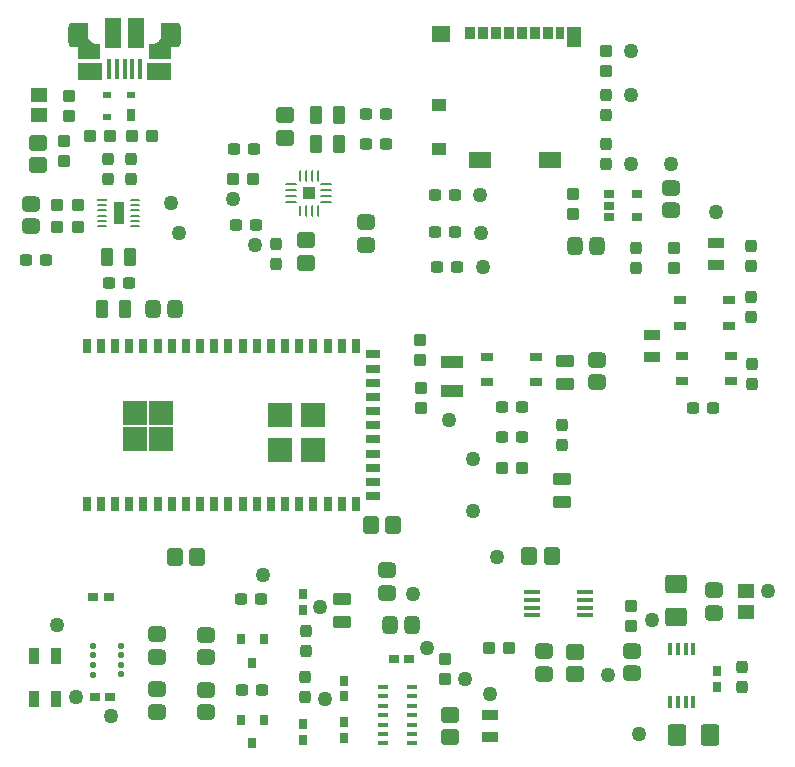
<source format=gtp>
G04*
G04 #@! TF.GenerationSoftware,Altium Limited,Altium Designer,23.1.1 (15)*
G04*
G04 Layer_Color=8421504*
%FSLAX44Y44*%
%MOMM*%
G71*
G04*
G04 #@! TF.SameCoordinates,A7A263A4-54A1-4128-965A-35385578E642*
G04*
G04*
G04 #@! TF.FilePolarity,Positive*
G04*
G01*
G75*
%ADD19R,0.9231X1.8231*%
%ADD20R,1.0625X1.0625*%
%ADD21C,1.2700*%
G04:AMPARAMS|DCode=22|XSize=1.5mm|YSize=1.3mm|CornerRadius=0.325mm|HoleSize=0mm|Usage=FLASHONLY|Rotation=180.000|XOffset=0mm|YOffset=0mm|HoleType=Round|Shape=RoundedRectangle|*
%AMROUNDEDRECTD22*
21,1,1.5000,0.6500,0,0,180.0*
21,1,0.8500,1.3000,0,0,180.0*
1,1,0.6500,-0.4250,0.3250*
1,1,0.6500,0.4250,0.3250*
1,1,0.6500,0.4250,-0.3250*
1,1,0.6500,-0.4250,-0.3250*
%
%ADD22ROUNDEDRECTD22*%
G04:AMPARAMS|DCode=23|XSize=0.9906mm|YSize=1.0922mm|CornerRadius=0.2477mm|HoleSize=0mm|Usage=FLASHONLY|Rotation=180.000|XOffset=0mm|YOffset=0mm|HoleType=Round|Shape=RoundedRectangle|*
%AMROUNDEDRECTD23*
21,1,0.9906,0.5969,0,0,180.0*
21,1,0.4953,1.0922,0,0,180.0*
1,1,0.4953,-0.2477,0.2985*
1,1,0.4953,0.2477,0.2985*
1,1,0.4953,0.2477,-0.2985*
1,1,0.4953,-0.2477,-0.2985*
%
%ADD23ROUNDEDRECTD23*%
G04:AMPARAMS|DCode=24|XSize=1.5mm|YSize=1.3mm|CornerRadius=0.1625mm|HoleSize=0mm|Usage=FLASHONLY|Rotation=270.000|XOffset=0mm|YOffset=0mm|HoleType=Round|Shape=RoundedRectangle|*
%AMROUNDEDRECTD24*
21,1,1.5000,0.9750,0,0,270.0*
21,1,1.1750,1.3000,0,0,270.0*
1,1,0.3250,-0.4875,-0.5875*
1,1,0.3250,-0.4875,0.5875*
1,1,0.3250,0.4875,0.5875*
1,1,0.3250,0.4875,-0.5875*
%
%ADD24ROUNDEDRECTD24*%
G04:AMPARAMS|DCode=25|XSize=1mm|YSize=1.1mm|CornerRadius=0.125mm|HoleSize=0mm|Usage=FLASHONLY|Rotation=90.000|XOffset=0mm|YOffset=0mm|HoleType=Round|Shape=RoundedRectangle|*
%AMROUNDEDRECTD25*
21,1,1.0000,0.8500,0,0,90.0*
21,1,0.7500,1.1000,0,0,90.0*
1,1,0.2500,0.4250,0.3750*
1,1,0.2500,0.4250,-0.3750*
1,1,0.2500,-0.4250,-0.3750*
1,1,0.2500,-0.4250,0.3750*
%
%ADD25ROUNDEDRECTD25*%
G04:AMPARAMS|DCode=26|XSize=1.5mm|YSize=1.3mm|CornerRadius=0.1625mm|HoleSize=0mm|Usage=FLASHONLY|Rotation=0.000|XOffset=0mm|YOffset=0mm|HoleType=Round|Shape=RoundedRectangle|*
%AMROUNDEDRECTD26*
21,1,1.5000,0.9750,0,0,0.0*
21,1,1.1750,1.3000,0,0,0.0*
1,1,0.3250,0.5875,-0.4875*
1,1,0.3250,-0.5875,-0.4875*
1,1,0.3250,-0.5875,0.4875*
1,1,0.3250,0.5875,0.4875*
%
%ADD26ROUNDEDRECTD26*%
%ADD27R,1.3970X0.4318*%
G04:AMPARAMS|DCode=28|XSize=1mm|YSize=1.1mm|CornerRadius=0.125mm|HoleSize=0mm|Usage=FLASHONLY|Rotation=180.000|XOffset=0mm|YOffset=0mm|HoleType=Round|Shape=RoundedRectangle|*
%AMROUNDEDRECTD28*
21,1,1.0000,0.8500,0,0,180.0*
21,1,0.7500,1.1000,0,0,180.0*
1,1,0.2500,-0.3750,0.4250*
1,1,0.2500,0.3750,0.4250*
1,1,0.2500,0.3750,-0.4250*
1,1,0.2500,-0.3750,-0.4250*
%
%ADD28ROUNDEDRECTD28*%
G04:AMPARAMS|DCode=29|XSize=0.7mm|YSize=0.9mm|CornerRadius=0.0875mm|HoleSize=0mm|Usage=FLASHONLY|Rotation=0.000|XOffset=0mm|YOffset=0mm|HoleType=Round|Shape=RoundedRectangle|*
%AMROUNDEDRECTD29*
21,1,0.7000,0.7250,0,0,0.0*
21,1,0.5250,0.9000,0,0,0.0*
1,1,0.1750,0.2625,-0.3625*
1,1,0.1750,-0.2625,-0.3625*
1,1,0.1750,-0.2625,0.3625*
1,1,0.1750,0.2625,0.3625*
%
%ADD29ROUNDEDRECTD29*%
%ADD30R,1.0500X0.6500*%
%ADD31R,0.8397X0.2225*%
G04:AMPARAMS|DCode=32|XSize=0.8397mm|YSize=0.2225mm|CornerRadius=0.1112mm|HoleSize=0mm|Usage=FLASHONLY|Rotation=0.000|XOffset=0mm|YOffset=0mm|HoleType=Round|Shape=RoundedRectangle|*
%AMROUNDEDRECTD32*
21,1,0.8397,0.0000,0,0,0.0*
21,1,0.6172,0.2225,0,0,0.0*
1,1,0.2225,0.3086,0.0000*
1,1,0.2225,-0.3086,0.0000*
1,1,0.2225,-0.3086,0.0000*
1,1,0.2225,0.3086,0.0000*
%
%ADD32ROUNDEDRECTD32*%
G04:AMPARAMS|DCode=33|XSize=1.5mm|YSize=1.3mm|CornerRadius=0.325mm|HoleSize=0mm|Usage=FLASHONLY|Rotation=270.000|XOffset=0mm|YOffset=0mm|HoleType=Round|Shape=RoundedRectangle|*
%AMROUNDEDRECTD33*
21,1,1.5000,0.6500,0,0,270.0*
21,1,0.8500,1.3000,0,0,270.0*
1,1,0.6500,-0.3250,-0.4250*
1,1,0.6500,-0.3250,0.4250*
1,1,0.6500,0.3250,0.4250*
1,1,0.6500,0.3250,-0.4250*
%
%ADD33ROUNDEDRECTD33*%
G04:AMPARAMS|DCode=34|XSize=0.9906mm|YSize=1.0922mm|CornerRadius=0.2477mm|HoleSize=0mm|Usage=FLASHONLY|Rotation=270.000|XOffset=0mm|YOffset=0mm|HoleType=Round|Shape=RoundedRectangle|*
%AMROUNDEDRECTD34*
21,1,0.9906,0.5969,0,0,270.0*
21,1,0.4953,1.0922,0,0,270.0*
1,1,0.4953,-0.2985,-0.2477*
1,1,0.4953,-0.2985,0.2477*
1,1,0.4953,0.2985,0.2477*
1,1,0.4953,0.2985,-0.2477*
%
%ADD34ROUNDEDRECTD34*%
%ADD35R,2.0000X2.0000*%
%ADD36R,1.2000X0.7000*%
%ADD37R,0.7000X1.2000*%
%ADD38R,0.4000X1.7500*%
%ADD39R,1.3750X2.5000*%
G04:AMPARAMS|DCode=40|XSize=1.8mm|YSize=1.6mm|CornerRadius=0.2mm|HoleSize=0mm|Usage=FLASHONLY|Rotation=0.000|XOffset=0mm|YOffset=0mm|HoleType=Round|Shape=RoundedRectangle|*
%AMROUNDEDRECTD40*
21,1,1.8000,1.2000,0,0,0.0*
21,1,1.4000,1.6000,0,0,0.0*
1,1,0.4000,0.7000,-0.6000*
1,1,0.4000,-0.7000,-0.6000*
1,1,0.4000,-0.7000,0.6000*
1,1,0.4000,0.7000,0.6000*
%
%ADD40ROUNDEDRECTD40*%
G04:AMPARAMS|DCode=41|XSize=1.01mm|YSize=1.47mm|CornerRadius=0.1263mm|HoleSize=0mm|Usage=FLASHONLY|Rotation=90.000|XOffset=0mm|YOffset=0mm|HoleType=Round|Shape=RoundedRectangle|*
%AMROUNDEDRECTD41*
21,1,1.0100,1.2175,0,0,90.0*
21,1,0.7575,1.4700,0,0,90.0*
1,1,0.2525,0.6088,0.3787*
1,1,0.2525,0.6088,-0.3787*
1,1,0.2525,-0.6088,-0.3787*
1,1,0.2525,-0.6088,0.3787*
%
%ADD41ROUNDEDRECTD41*%
G04:AMPARAMS|DCode=42|XSize=1.8mm|YSize=1.6mm|CornerRadius=0.2mm|HoleSize=0mm|Usage=FLASHONLY|Rotation=270.000|XOffset=0mm|YOffset=0mm|HoleType=Round|Shape=RoundedRectangle|*
%AMROUNDEDRECTD42*
21,1,1.8000,1.2000,0,0,270.0*
21,1,1.4000,1.6000,0,0,270.0*
1,1,0.4000,-0.6000,-0.7000*
1,1,0.4000,-0.6000,0.7000*
1,1,0.4000,0.6000,0.7000*
1,1,0.4000,0.6000,-0.7000*
%
%ADD42ROUNDEDRECTD42*%
G04:AMPARAMS|DCode=43|XSize=1.01mm|YSize=1.47mm|CornerRadius=0.1263mm|HoleSize=0mm|Usage=FLASHONLY|Rotation=180.000|XOffset=0mm|YOffset=0mm|HoleType=Round|Shape=RoundedRectangle|*
%AMROUNDEDRECTD43*
21,1,1.0100,1.2175,0,0,180.0*
21,1,0.7575,1.4700,0,0,180.0*
1,1,0.2525,-0.3787,0.6088*
1,1,0.2525,0.3787,0.6088*
1,1,0.2525,0.3787,-0.6088*
1,1,0.2525,-0.3787,-0.6088*
%
%ADD43ROUNDEDRECTD43*%
%ADD44R,0.2393X0.9660*%
G04:AMPARAMS|DCode=45|XSize=0.966mm|YSize=0.2393mm|CornerRadius=0.1196mm|HoleSize=0mm|Usage=FLASHONLY|Rotation=90.000|XOffset=0mm|YOffset=0mm|HoleType=Round|Shape=RoundedRectangle|*
%AMROUNDEDRECTD45*
21,1,0.9660,0.0000,0,0,90.0*
21,1,0.7267,0.2393,0,0,90.0*
1,1,0.2393,0.0000,0.3634*
1,1,0.2393,0.0000,-0.3634*
1,1,0.2393,0.0000,-0.3634*
1,1,0.2393,0.0000,0.3634*
%
%ADD45ROUNDEDRECTD45*%
G04:AMPARAMS|DCode=46|XSize=0.2393mm|YSize=0.966mm|CornerRadius=0.1196mm|HoleSize=0mm|Usage=FLASHONLY|Rotation=90.000|XOffset=0mm|YOffset=0mm|HoleType=Round|Shape=RoundedRectangle|*
%AMROUNDEDRECTD46*
21,1,0.2393,0.7267,0,0,90.0*
21,1,0.0000,0.9660,0,0,90.0*
1,1,0.2393,0.3634,0.0000*
1,1,0.2393,0.3634,0.0000*
1,1,0.2393,-0.3634,0.0000*
1,1,0.2393,-0.3634,0.0000*
%
%ADD46ROUNDEDRECTD46*%
%ADD47R,1.4000X0.9500*%
%ADD48R,1.4562X1.2549*%
%ADD49R,0.7000X0.6000*%
%ADD50R,0.7000X1.0000*%
%ADD51R,0.8500X0.4000*%
%ADD52R,0.9000X0.6500*%
G04:AMPARAMS|DCode=53|XSize=0.5mm|YSize=0.5mm|CornerRadius=0.0625mm|HoleSize=0mm|Usage=FLASHONLY|Rotation=0.000|XOffset=0mm|YOffset=0mm|HoleType=Round|Shape=RoundedRectangle|*
%AMROUNDEDRECTD53*
21,1,0.5000,0.3750,0,0,0.0*
21,1,0.3750,0.5000,0,0,0.0*
1,1,0.1250,0.1875,-0.1875*
1,1,0.1250,-0.1875,-0.1875*
1,1,0.1250,-0.1875,0.1875*
1,1,0.1250,0.1875,0.1875*
%
%ADD53ROUNDEDRECTD53*%
%ADD54R,0.4000X1.1000*%
G04:AMPARAMS|DCode=55|XSize=0.7mm|YSize=0.9mm|CornerRadius=0.0875mm|HoleSize=0mm|Usage=FLASHONLY|Rotation=270.000|XOffset=0mm|YOffset=0mm|HoleType=Round|Shape=RoundedRectangle|*
%AMROUNDEDRECTD55*
21,1,0.7000,0.7250,0,0,270.0*
21,1,0.5250,0.9000,0,0,270.0*
1,1,0.1750,-0.3625,-0.2625*
1,1,0.1750,-0.3625,0.2625*
1,1,0.1750,0.3625,0.2625*
1,1,0.1750,0.3625,-0.2625*
%
%ADD55ROUNDEDRECTD55*%
%ADD56R,0.8000X0.9000*%
%ADD57R,0.9500X1.4000*%
%ADD58R,1.4700X1.2000*%
%ADD59R,1.9000X1.1000*%
%ADD60R,1.9000X1.3500*%
%ADD61R,1.2000X1.0000*%
%ADD62R,1.5500X1.3500*%
%ADD63R,0.8500X1.1000*%
%ADD64R,0.7500X1.1000*%
%ADD65R,1.1700X1.8000*%
G36*
X75023Y599340D02*
X95023D01*
Y584740D01*
X75023D01*
Y599340D01*
D02*
G37*
G36*
Y612340D02*
X70523D01*
X70313Y612350D01*
X70103Y612360D01*
X69893Y612390D01*
X69693Y612430D01*
X69483Y612480D01*
X69283Y612540D01*
X69093Y612610D01*
X68893Y612690D01*
X68703Y612780D01*
X68523Y612880D01*
X68343Y612990D01*
X68173Y613100D01*
X68003Y613230D01*
X67843Y613370D01*
X67693Y613510D01*
X67553Y613660D01*
X67413Y613820D01*
X67283Y613990D01*
X67173Y614160D01*
X67063Y614340D01*
X66963Y614520D01*
X66873Y614710D01*
X66793Y614910D01*
X66723Y615100D01*
X66663Y615300D01*
X66613Y615510D01*
X66573Y615710D01*
X66543Y615920D01*
X66533Y616130D01*
X66523Y616340D01*
Y629340D01*
X66533Y629550D01*
X66543Y629760D01*
X66573Y629970D01*
X66613Y630170D01*
X66663Y630380D01*
X66723Y630580D01*
X66793Y630770D01*
X66873Y630970D01*
X66963Y631160D01*
X67063Y631340D01*
X67173Y631520D01*
X67283Y631690D01*
X67413Y631860D01*
X67553Y632020D01*
X67693Y632170D01*
X67843Y632310D01*
X68003Y632450D01*
X68173Y632580D01*
X68343Y632690D01*
X68523Y632800D01*
X68703Y632900D01*
X68893Y632990D01*
X69093Y633070D01*
X69283Y633140D01*
X69483Y633200D01*
X69693Y633250D01*
X69893Y633290D01*
X70103Y633320D01*
X70313Y633330D01*
X70523Y633340D01*
X82773D01*
Y622840D01*
X82783Y622450D01*
X82813Y622060D01*
X82863Y621670D01*
X82933Y621280D01*
X83033Y620900D01*
X83143Y620520D01*
X83273Y620150D01*
X83423Y619790D01*
X83593Y619440D01*
X83773Y619090D01*
X83983Y618760D01*
X84203Y618430D01*
X84443Y618120D01*
X84703Y617820D01*
X84973Y617540D01*
X85253Y617270D01*
X85553Y617010D01*
X85863Y616770D01*
X86193Y616550D01*
X86523Y616340D01*
X86873Y616160D01*
X87223Y615990D01*
X87583Y615840D01*
X87953Y615710D01*
X88333Y615600D01*
X88713Y615500D01*
X89103Y615430D01*
X89493Y615380D01*
X89883Y615350D01*
X90273Y615340D01*
X93273D01*
Y602520D01*
X75023D01*
Y612340D01*
D02*
G37*
G36*
X133023Y599340D02*
X153023D01*
Y584740D01*
X133023D01*
Y599340D01*
D02*
G37*
G36*
X134773Y615340D02*
X137773D01*
X138163Y615350D01*
X138553Y615380D01*
X138943Y615430D01*
X139333Y615500D01*
X139713Y615600D01*
X140093Y615710D01*
X140463Y615840D01*
X140823Y615990D01*
X141173Y616160D01*
X141523Y616340D01*
X141853Y616550D01*
X142183Y616770D01*
X142493Y617010D01*
X142793Y617270D01*
X143073Y617540D01*
X143343Y617820D01*
X143603Y618120D01*
X143843Y618430D01*
X144063Y618760D01*
X144273Y619090D01*
X144453Y619440D01*
X144623Y619790D01*
X144773Y620150D01*
X144903Y620520D01*
X145013Y620900D01*
X145113Y621280D01*
X145183Y621670D01*
X145233Y622060D01*
X145263Y622450D01*
X145273Y622840D01*
Y633340D01*
X157523D01*
X157733Y633330D01*
X157943Y633320D01*
X158153Y633290D01*
X158353Y633250D01*
X158563Y633200D01*
X158763Y633140D01*
X158953Y633070D01*
X159153Y632990D01*
X159343Y632900D01*
X159523Y632800D01*
X159703Y632690D01*
X159873Y632580D01*
X160043Y632450D01*
X160203Y632310D01*
X160353Y632170D01*
X160493Y632020D01*
X160633Y631860D01*
X160763Y631690D01*
X160873Y631520D01*
X160983Y631340D01*
X161083Y631160D01*
X161173Y630970D01*
X161253Y630770D01*
X161323Y630580D01*
X161383Y630380D01*
X161433Y630170D01*
X161473Y629970D01*
X161503Y629760D01*
X161513Y629550D01*
X161523Y629340D01*
Y616340D01*
X161513Y616130D01*
X161503Y615920D01*
X161473Y615710D01*
X161433Y615510D01*
X161383Y615300D01*
X161323Y615100D01*
X161253Y614910D01*
X161173Y614710D01*
X161083Y614520D01*
X160983Y614340D01*
X160873Y614160D01*
X160763Y613990D01*
X160633Y613820D01*
X160493Y613660D01*
X160353Y613510D01*
X160203Y613370D01*
X160043Y613230D01*
X159873Y613100D01*
X159703Y612990D01*
X159523Y612880D01*
X159343Y612780D01*
X159153Y612690D01*
X158953Y612610D01*
X158763Y612540D01*
X158563Y612480D01*
X158353Y612430D01*
X158153Y612390D01*
X157943Y612360D01*
X157733Y612350D01*
X157523Y612340D01*
X153023D01*
Y602520D01*
X134773D01*
Y615340D01*
D02*
G37*
D19*
X108966Y471932D02*
D03*
D20*
X269991Y488760D02*
D03*
D21*
X279146Y138176D02*
D03*
X549402Y31242D02*
D03*
X659130Y151892D02*
D03*
X522986Y81280D02*
D03*
X429768Y180594D02*
D03*
X369824Y104140D02*
D03*
X283718Y60706D02*
D03*
X102362Y46228D02*
D03*
X72644Y61976D02*
D03*
X402590Y77470D02*
D03*
X230886Y165354D02*
D03*
X56642Y122936D02*
D03*
X423164Y64516D02*
D03*
X358648Y149860D02*
D03*
X153670Y480314D02*
D03*
X409448Y219732D02*
D03*
Y264060D02*
D03*
X388366Y297180D02*
D03*
X560578Y127784D02*
D03*
X614680Y472599D02*
D03*
X576500Y513755D02*
D03*
X542742D02*
D03*
Y571863D02*
D03*
X160249Y454879D02*
D03*
X224555Y445182D02*
D03*
X415995Y455199D02*
D03*
X414913Y487212D02*
D03*
X417923Y426364D02*
D03*
X205453Y484086D02*
D03*
X542742Y608956D02*
D03*
D22*
X543814Y82194D02*
D03*
Y101194D02*
D03*
X469247Y100862D02*
D03*
Y81862D02*
D03*
X318398Y464160D02*
D03*
Y445160D02*
D03*
X576970Y493217D02*
D03*
Y474217D02*
D03*
X35052Y460961D02*
D03*
Y479961D02*
D03*
X336363Y169460D02*
D03*
Y150460D02*
D03*
X513943Y328592D02*
D03*
Y347592D02*
D03*
X182869Y114910D02*
D03*
Y95910D02*
D03*
Y49364D02*
D03*
Y68364D02*
D03*
X141281Y49790D02*
D03*
Y68790D02*
D03*
Y115336D02*
D03*
Y96336D02*
D03*
X613246Y152502D02*
D03*
Y133502D02*
D03*
D23*
X266599Y62238D02*
D03*
Y79238D02*
D03*
X645334Y344542D02*
D03*
X644826Y401184D02*
D03*
X242570Y429184D02*
D03*
Y446184D02*
D03*
X267462Y101110D02*
D03*
Y118110D02*
D03*
X644826Y384184D02*
D03*
X546998Y442687D02*
D03*
Y425687D02*
D03*
X521970Y513755D02*
D03*
Y530755D02*
D03*
Y554863D02*
D03*
Y571863D02*
D03*
X636520Y87552D02*
D03*
Y70552D02*
D03*
X99829Y500770D02*
D03*
Y517770D02*
D03*
X645334Y327542D02*
D03*
X644826Y443826D02*
D03*
Y426826D02*
D03*
X484540Y292544D02*
D03*
Y275544D02*
D03*
X119131Y517770D02*
D03*
Y500770D02*
D03*
D24*
X475590Y181610D02*
D03*
X456590D02*
D03*
X322478Y208026D02*
D03*
X341478D02*
D03*
X175362Y180848D02*
D03*
X156362D02*
D03*
D25*
X422882Y103378D02*
D03*
X439882D02*
D03*
X222453Y500770D02*
D03*
X205453D02*
D03*
X433936Y256032D02*
D03*
X450936D02*
D03*
X57213Y460626D02*
D03*
X74213D02*
D03*
Y478837D02*
D03*
X57213D02*
D03*
X102090Y537210D02*
D03*
X85090D02*
D03*
X137020D02*
D03*
X120020D02*
D03*
D26*
X495554Y81614D02*
D03*
Y100614D02*
D03*
X249953Y535758D02*
D03*
Y554758D02*
D03*
X267623Y449072D02*
D03*
Y430072D02*
D03*
X389449Y28182D02*
D03*
Y47182D02*
D03*
X40953Y512442D02*
D03*
Y531442D02*
D03*
D27*
X458971Y150898D02*
D03*
Y144548D02*
D03*
Y137944D02*
D03*
Y131594D02*
D03*
X504183D02*
D03*
Y137944D02*
D03*
Y144548D02*
D03*
Y150898D02*
D03*
D28*
X542429Y122576D02*
D03*
Y139576D02*
D03*
X364744Y324104D02*
D03*
Y307104D02*
D03*
X493894Y488329D02*
D03*
Y471329D02*
D03*
X579002Y425433D02*
D03*
Y442433D02*
D03*
X62783Y533084D02*
D03*
Y516084D02*
D03*
X66758Y554319D02*
D03*
Y571319D02*
D03*
X385590Y77614D02*
D03*
Y94614D02*
D03*
X364418Y347608D02*
D03*
Y364608D02*
D03*
X521970Y608956D02*
D03*
Y591956D02*
D03*
D29*
X299720Y40790D02*
D03*
Y27790D02*
D03*
Y63096D02*
D03*
Y76096D02*
D03*
X265430Y136248D02*
D03*
Y149248D02*
D03*
X265176Y26266D02*
D03*
Y39266D02*
D03*
X615786Y84046D02*
D03*
Y71046D02*
D03*
D30*
X627732Y351028D02*
D03*
X625605Y398272D02*
D03*
X586232Y351028D02*
D03*
X584105Y398272D02*
D03*
X627732Y329528D02*
D03*
X586232D02*
D03*
X625605Y376772D02*
D03*
X584105D02*
D03*
X420898Y350186D02*
D03*
X462398D02*
D03*
Y328686D02*
D03*
X420898D02*
D03*
D31*
X94811Y483182D02*
D03*
D32*
Y478682D02*
D03*
Y474182D02*
D03*
Y469682D02*
D03*
Y465182D02*
D03*
Y460682D02*
D03*
X123121D02*
D03*
Y465182D02*
D03*
Y469682D02*
D03*
Y474182D02*
D03*
Y478682D02*
D03*
Y483182D02*
D03*
D33*
X157163Y390652D02*
D03*
X138163D02*
D03*
X514198Y444464D02*
D03*
X495198D02*
D03*
X338547Y122876D02*
D03*
X357547D02*
D03*
D34*
X450936Y282156D02*
D03*
X433936D02*
D03*
X224992Y462276D02*
D03*
X207992D02*
D03*
X335144Y530755D02*
D03*
X318144D02*
D03*
X612258Y306832D02*
D03*
X595258D02*
D03*
X335398Y556260D02*
D03*
X318398D02*
D03*
X117598Y412750D02*
D03*
X100598D02*
D03*
X30598Y432497D02*
D03*
X47598D02*
D03*
X450936Y308076D02*
D03*
X433936D02*
D03*
X376550Y487212D02*
D03*
X393550D02*
D03*
X378478Y426720D02*
D03*
X395478D02*
D03*
X376550Y456183D02*
D03*
X393550D02*
D03*
X229867Y144834D02*
D03*
X212867D02*
D03*
X230375Y67962D02*
D03*
X213375D02*
D03*
X223357Y526363D02*
D03*
X206357D02*
D03*
D35*
X122703Y302864D02*
D03*
X144883D02*
D03*
X122703Y281044D02*
D03*
X144883D02*
D03*
X245263Y300804D02*
D03*
X273813D02*
D03*
X245263Y271564D02*
D03*
X273813D02*
D03*
D36*
X324363Y244378D02*
D03*
Y352378D02*
D03*
Y340378D02*
D03*
Y328378D02*
D03*
Y316378D02*
D03*
Y304378D02*
D03*
Y292378D02*
D03*
Y280378D02*
D03*
Y268378D02*
D03*
Y256378D02*
D03*
Y232378D02*
D03*
D37*
X81953Y359418D02*
D03*
X93953D02*
D03*
X105953D02*
D03*
X117953D02*
D03*
X129953D02*
D03*
X141953D02*
D03*
X153953D02*
D03*
X165953D02*
D03*
X177953D02*
D03*
X189953D02*
D03*
X201953D02*
D03*
X213953D02*
D03*
X225953D02*
D03*
X237953D02*
D03*
X249953D02*
D03*
X261953D02*
D03*
X273953D02*
D03*
X285953D02*
D03*
X297953D02*
D03*
X309953D02*
D03*
Y225418D02*
D03*
X297953D02*
D03*
X285953D02*
D03*
X273953D02*
D03*
X261953D02*
D03*
X249953D02*
D03*
X237953D02*
D03*
X225953D02*
D03*
X213953D02*
D03*
X201953D02*
D03*
X189953D02*
D03*
X177953D02*
D03*
X165953D02*
D03*
X153953D02*
D03*
X141953D02*
D03*
X129953D02*
D03*
X117953D02*
D03*
X105953D02*
D03*
X93953D02*
D03*
X81953D02*
D03*
D38*
X101023Y594090D02*
D03*
X114023D02*
D03*
X120523D02*
D03*
X127023D02*
D03*
X107523D02*
D03*
D39*
X123398Y624840D02*
D03*
X104648D02*
D03*
D40*
X581242Y157764D02*
D03*
Y129764D02*
D03*
D41*
X484540Y246767D02*
D03*
Y227167D02*
D03*
X297953Y145041D02*
D03*
Y125441D02*
D03*
X486765Y346877D02*
D03*
Y327277D02*
D03*
D42*
X609564Y30104D02*
D03*
X581564D02*
D03*
D43*
X276154Y555364D02*
D03*
X295754D02*
D03*
X275971Y530755D02*
D03*
X295571D02*
D03*
X114517Y390652D02*
D03*
X94917D02*
D03*
X118897Y434947D02*
D03*
X99297D02*
D03*
D44*
X262491Y474029D02*
D03*
D45*
X267491D02*
D03*
X272491D02*
D03*
X277491D02*
D03*
Y503490D02*
D03*
X272491D02*
D03*
X267491D02*
D03*
X262491D02*
D03*
D46*
X284722Y481260D02*
D03*
Y486260D02*
D03*
Y491260D02*
D03*
Y496260D02*
D03*
X255261D02*
D03*
Y491260D02*
D03*
Y486260D02*
D03*
Y481260D02*
D03*
D47*
X614680Y428392D02*
D03*
Y446892D02*
D03*
X423508Y28432D02*
D03*
Y46932D02*
D03*
X560578Y368668D02*
D03*
Y350168D02*
D03*
D48*
X41402Y571604D02*
D03*
Y555092D02*
D03*
D49*
X99571Y553364D02*
D03*
Y572364D02*
D03*
X119571D02*
D03*
D50*
Y555364D02*
D03*
D51*
X357072Y70974D02*
D03*
Y62974D02*
D03*
Y54974D02*
D03*
Y46974D02*
D03*
Y38974D02*
D03*
Y30974D02*
D03*
Y22974D02*
D03*
X333072D02*
D03*
Y30974D02*
D03*
Y38974D02*
D03*
Y46974D02*
D03*
Y54974D02*
D03*
Y62974D02*
D03*
Y70974D02*
D03*
D52*
X523822Y487882D02*
D03*
Y478382D02*
D03*
Y468883D02*
D03*
X547822D02*
D03*
Y487882D02*
D03*
D53*
X86896Y105472D02*
D03*
Y97472D02*
D03*
Y89472D02*
D03*
Y81272D02*
D03*
X110896Y81472D02*
D03*
Y89472D02*
D03*
Y97472D02*
D03*
Y105472D02*
D03*
D54*
X595564Y57764D02*
D03*
X589064D02*
D03*
X582564D02*
D03*
X576064D02*
D03*
Y102764D02*
D03*
X582564D02*
D03*
X589064D02*
D03*
X595564D02*
D03*
D55*
X355055Y94620D02*
D03*
X342055D02*
D03*
X101586Y62230D02*
D03*
X88586D02*
D03*
X87453Y147238D02*
D03*
X100453D02*
D03*
D56*
X231817Y111250D02*
D03*
X212816D02*
D03*
X222316Y91250D02*
D03*
X231817Y42982D02*
D03*
X212816D02*
D03*
X222316Y22982D02*
D03*
D57*
X55822Y96774D02*
D03*
X37322D02*
D03*
Y60452D02*
D03*
X55822D02*
D03*
D58*
X640170Y134156D02*
D03*
Y152356D02*
D03*
D59*
X391414Y321002D02*
D03*
Y346002D02*
D03*
D60*
X474613Y516613D02*
D03*
X414913D02*
D03*
D61*
X379913Y563363D02*
D03*
Y526363D02*
D03*
D62*
X381663Y623613D02*
D03*
D63*
X406263Y624863D02*
D03*
X417263D02*
D03*
X428263D02*
D03*
X439263D02*
D03*
X450263D02*
D03*
X461263D02*
D03*
X472263D02*
D03*
D64*
X482763D02*
D03*
D65*
X494863Y621363D02*
D03*
M02*

</source>
